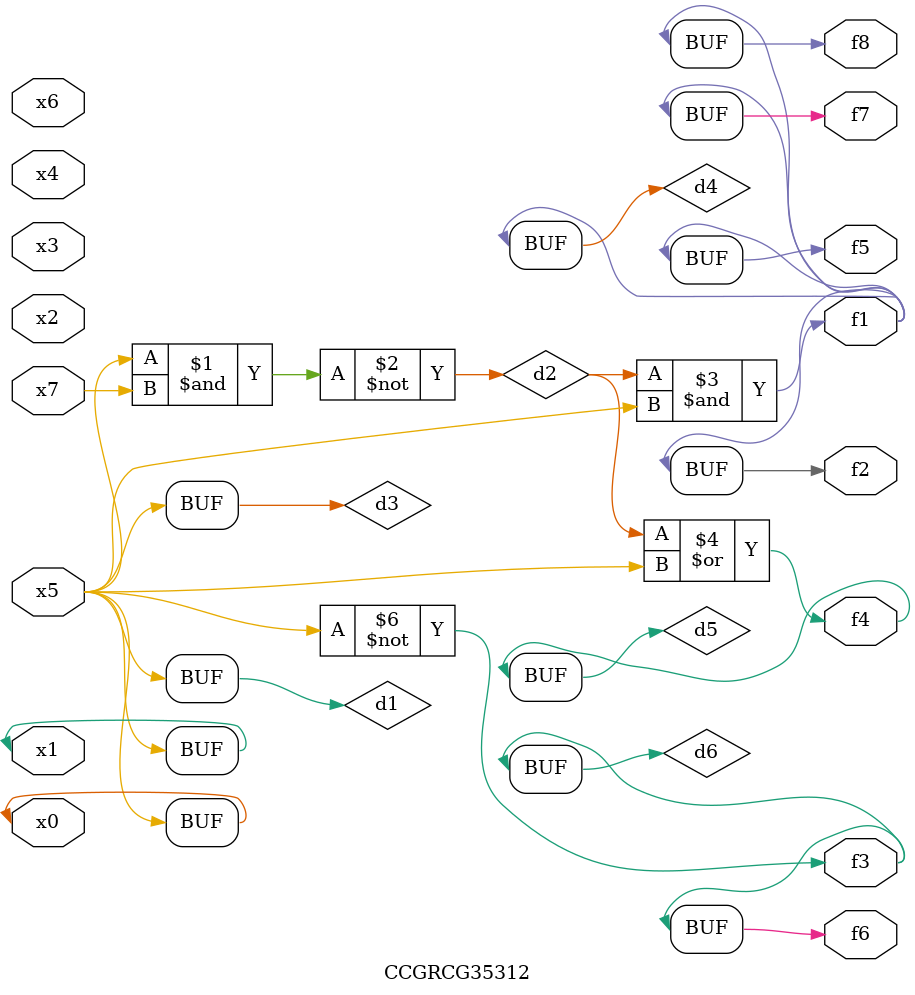
<source format=v>
module CCGRCG35312(
	input x0, x1, x2, x3, x4, x5, x6, x7,
	output f1, f2, f3, f4, f5, f6, f7, f8
);

	wire d1, d2, d3, d4, d5, d6;

	buf (d1, x0, x5);
	nand (d2, x5, x7);
	buf (d3, x0, x1);
	and (d4, d2, d3);
	or (d5, d2, d3);
	nor (d6, d1, d3);
	assign f1 = d4;
	assign f2 = d4;
	assign f3 = d6;
	assign f4 = d5;
	assign f5 = d4;
	assign f6 = d6;
	assign f7 = d4;
	assign f8 = d4;
endmodule

</source>
